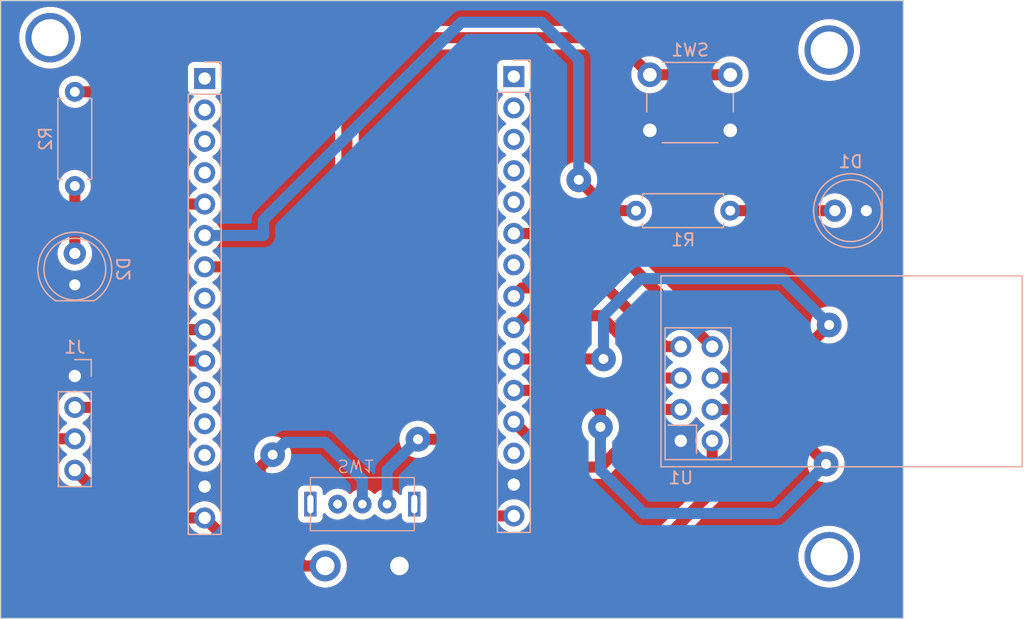
<source format=kicad_pcb>
(kicad_pcb (version 20221018) (generator pcbnew)
  (layers (0 "F.Cu" signal) (31 "B.Cu" signal) (34 "B.Paste" user) (35 "F.Paste" user) (36 "B.SilkS" user "B.Silkscreen") (37 "F.SilkS" user "F.Silkscreen") (38 "B.Mask" user) (39 "F.Mask" user) (44 "Edge.Cuts" user))
  (net 0 "")
  (net 1 "GND")
  (net 2 "Net-(D1-A)")
  (net 3 "Net-(D2-A)")
  (net 4 "/D19")
  (net 5 "/D21")
  (net 6 "/D18")
  (net 7 "/3V3")
  (net 8 "/CE")
  (net 9 "/CSN")
  (net 10 "/SCK")
  (net 11 "/MOSI")
  (net 12 "/MISO")
  (net 13 "vin")
  (net 14 "IRQ")
  (net 15 "RX2")
  (net 16 "TX2")
  (net 17 "+9V")
  (footprint "clipboard:ccb5a117-bf4b-4ea4-a208-f6aaa7476a5f" (layer "B.Cu") (at 157.5 75.325 180)
    (fp_text reference "" (at 0 0) (layer "B.SilkS") (effects (font (size 1.27 1.27)) (justify mirror)))
    (fp_text value "" (at 0 0) (layer "B.SilkS") (effects (font (size 1.27 1.27)) (justify mirror)))
    (fp_line (start -26.33 -3.71) (end -23.67 -3.71) (stroke (width 0.12)) (layer "B.SilkS"))
    (fp_line (start -26.33 31.91) (end -26.33 -3.71) (stroke (width 0.12)) (layer "B.SilkS"))
    (fp_line (start -26.33 31.91) (end -23.67 31.91) (stroke (width 0.12)) (layer "B.SilkS"))
    (fp_line (start -26.33 33.18) (end -26.33 34.51) (stroke (width 0.12)) (layer "B.SilkS"))
    (fp_line (start -26.33 34.51) (end -25 34.51) (stroke (width 0.12)) (layer "B.SilkS"))
    (fp_line (start -23.67 31.91) (end -23.67 -3.71) (stroke (width 0.12)) (layer "B.SilkS"))
    (fp_line (start -1.33 -3.87) (end 1.33 -3.87) (stroke (width 0.12)) (layer "B.SilkS"))
    (fp_line (start -1.33 31.75) (end -1.33 -3.87) (stroke (width 0.12)) (layer "B.SilkS"))
    (fp_line (start -1.33 31.75) (end 1.33 31.75) (stroke (width 0.12)) (layer "B.SilkS"))
    (fp_line (start -1.33 33.02) (end -1.33 34.35) (stroke (width 0.12)) (layer "B.SilkS"))
    (fp_line (start -1.33 34.35) (end 0 34.35) (stroke (width 0.12)) (layer "B.SilkS"))
    (fp_line (start 1.33 31.75) (end 1.33 -3.87) (stroke (width 0.12)) (layer "B.SilkS"))
    (pad "1" thru_hole rect (at -25 33.18 180) (size 1.7 1.7) (drill 1) (layers "*.Cu" "*.Mask"))
    (pad "1" thru_hole rect (at 0 33.02 180) (size 1.7 1.7) (drill 1) (layers "*.Cu" "*.Mask"))
    (pad "2" thru_hole oval (at -25 30.64 180) (size 1.7 1.7) (drill 1) (layers "*.Cu" "*.Mask"))
    (pad "2" thru_hole oval (at 0 30.48 180) (size 1.7 1.7) (drill 1) (layers "*.Cu" "*.Mask"))
    (pad "3" thru_hole oval (at -25 28.1 180) (size 1.7 1.7) (drill 1) (layers "*.Cu" "*.Mask"))
    (pad "3" thru_hole oval (at 0 27.94 180) (size 1.7 1.7) (drill 1) (layers "*.Cu" "*.Mask"))
    (pad "4" thru_hole oval (at -25 25.56 180) (size 1.7 1.7) (drill 1) (layers "*.Cu" "*.Mask"))
    (pad "4" thru_hole oval (at 0 25.4 180) (size 1.7 1.7) (drill 1) (layers "*.Cu" "*.Mask"))
    (pad "5" thru_hole oval (at -25 23.02 180) (size 1.7 1.7) (drill 1) (layers "*.Cu" "*.Mask"))
    (pad "5" thru_hole oval (at 0 22.86 180) (size 1.7 1.7) (drill 1) (layers "*.Cu" "*.Mask") (net 5 "/D21"))
    (pad "6" thru_hole oval (at -25 20.48 180) (size 1.7 1.7) (drill 1) (layers "*.Cu" "*.Mask") (net 14 "IRQ"))
    (pad "6" thru_hole oval (at 0 20.32 180) (size 1.7 1.7) (drill 1) (layers "*.Cu" "*.Mask") (net 4 "/D19"))
    (pad "7" thru_hole oval (at -25 17.94 180) (size 1.7 1.7) (drill 1) (layers "*.Cu" "*.Mask"))
    (pad "7" thru_hole oval (at 0 17.78 180) (size 1.7 1.7) (drill 1) (layers "*.Cu" "*.Mask") (net 6 "/D18"))
    (pad "8" thru_hole oval (at -25 15.4 180) (size 1.7 1.7) (drill 1) (layers "*.Cu" "*.Mask") (net 12 "/MISO"))
    (pad "8" thru_hole oval (at 0 15.24 180) (size 1.7 1.7) (drill 1) (layers "*.Cu" "*.Mask"))
    (pad "9" thru_hole oval (at -25 12.86 180) (size 1.7 1.7) (drill 1) (layers "*.Cu" "*.Mask") (net 10 "/SCK"))
    (pad "9" thru_hole oval (at 0 12.7 180) (size 1.7 1.7) (drill 1) (layers "*.Cu" "*.Mask") (net 16 "TX2"))
    (pad "10" thru_hole oval (at -25 10.32 180) (size 1.7 1.7) (drill 1) (layers "*.Cu" "*.Mask") (net 11 "/MOSI"))
    (pad "10" thru_hole oval (at 0 10.16 180) (size 1.7 1.7) (drill 1) (layers "*.Cu" "*.Mask") (net 15 "RX2"))
    (pad "11" thru_hole oval (at -25 7.78 180) (size 1.7 1.7) (drill 1) (layers "*.Cu" "*.Mask") (net 9 "/CSN"))
    (pad "11" thru_hole oval (at 0 7.62 180) (size 1.7 1.7) (drill 1) (layers "*.Cu" "*.Mask"))
    (pad "12" thru_hole oval (at -25 5.24 180) (size 1.7 1.7) (drill 1) (layers "*.Cu" "*.Mask") (net 8 "/CE"))
    (pad "12" thru_hole oval (at 0 5.08 180) (size 1.7 1.7) (drill 1) (layers "*.Cu" "*.Mask"))
    (pad "13" thru_hole oval (at -25 2.7 180) (size 1.7 1.7) (drill 1) (layers "*.Cu" "*.Mask"))
    (pad "13" thru_hole oval (at 0 2.54 180) (size 1.7 1.7) (drill 1) (layers "*.Cu" "*.Mask"))
    (pad "14" thru_hole oval (at -25 0.16 180) (size 1.7 1.7) (drill 1) (layers "*.Cu" "*.Mask") (net 1 "GND"))
    (pad "14" thru_hole oval (at 0 0 180) (size 1.7 1.7) (drill 1) (layers "*.Cu" "*.Mask") (net 1 "GND"))
    (pad "15" thru_hole oval (at -25 -2.38 180) (size 1.7 1.7) (drill 1) (layers "*.Cu" "*.Mask") (net 13 "vin"))
    (pad "15" thru_hole oval (at 0 -2.54 180) (size 1.7 1.7) (drill 1) (layers "*.Cu" "*.Mask") (net 7 "/3V3"))
  )
  (footprint "Resistor_THT:R_Axial_DIN0207_L6.3mm_D2.5mm_P7.62mm_Horizontal" (layer "B.Cu") (at 147 43.38 -90)
    (fp_text reference "R2" (at 3.81 2.37 90) (layer "B.SilkS") (effects (justify mirror)))
    (fp_text value "220R")
    (fp_line (start 0.54 -1.37) (end 7.08 -1.37) (stroke (width 0.12)) (layer "B.SilkS"))
    (fp_line (start 0.54 -1.04) (end 0.54 -1.37) (stroke (width 0.12)) (layer "B.SilkS"))
    (fp_line (start 0.54 1.04) (end 0.54 1.37) (stroke (width 0.12)) (layer "B.SilkS"))
    (fp_line (start 0.54 1.37) (end 7.08 1.37) (stroke (width 0.12)) (layer "B.SilkS"))
    (fp_line (start 7.08 -1.37) (end 7.08 -1.04) (stroke (width 0.12)) (layer "B.SilkS"))
    (fp_line (start 7.08 1.37) (end 7.08 1.04) (stroke (width 0.12)) (layer "B.SilkS"))
    (pad "1" thru_hole circle (at 0 0 270) (size 1.6 1.6) (drill 0.8) (layers "*.Cu" "*.Mask") (net 5 "/D21"))
    (pad "2" thru_hole oval (at 7.62 0 270) (size 1.6 1.6) (drill 0.8) (layers "*.Cu" "*.Mask") (net 3 "Net-(D2-A)"))
  )
  (footprint "LED_THT:LED_D5.0mm" (layer "B.Cu") (at 211 53 180)
    (fp_text reference "D1" (at 1.27 3.96) (layer "B.SilkS") (effects (justify mirror)))
    (fp_text value "BLUE_LED")
    (fp_line (start -1.29 1.545) (end -1.29 -1.545) (stroke (width 0.12)) (layer "B.SilkS"))
    (fp_arc (start -1.29 -1.54483) (mid 2.072002 -2.880433) (end 4.26 0.000462) (stroke (width 0.12)) (layer "B.SilkS"))
    (fp_arc (start 4.26 -0.000462) (mid 2.072002 2.880433) (end -1.29 1.54483) (stroke (width 0.12)) (layer "B.SilkS"))
    (fp_circle (center 1.27 0) (end 3.77 0) (stroke (width 0.12)) (fill none) (layer "B.SilkS"))
    (pad "1" thru_hole rect (at 0 0 180) (size 1.8 1.8) (drill 0.9) (layers "*.Cu" "*.Mask") (net 1 "GND"))
    (pad "2" thru_hole circle (at 2.54 0 180) (size 1.8 1.8) (drill 0.9) (layers "*.Cu" "*.Mask") (net 2 "Net-(D1-A)"))
  )
  (footprint "Button_Switch_THT:SW_PUSH_6mm" (layer "B.Cu") (at 200 42 180)
    (fp_text reference "SW1" (at 3.25 2) (layer "B.SilkS") (effects (justify mirror)))
    (fp_text value "SW_Push")
    (fp_line (start -0.25 -1.5) (end -0.25 -3) (stroke (width 0.12)) (layer "B.SilkS"))
    (fp_line (start 1 -5.5) (end 5.5 -5.5) (stroke (width 0.12)) (layer "B.SilkS"))
    (fp_line (start 5.5 1) (end 1 1) (stroke (width 0.12)) (layer "B.SilkS"))
    (fp_line (start 6.75 -3) (end 6.75 -1.5) (stroke (width 0.12)) (layer "B.SilkS"))
    (pad "1" thru_hole circle (at 0 0 90) (size 2 2) (drill 1.1) (layers "*.Cu" "*.Mask") (net 6 "/D18"))
    (pad "1" thru_hole circle (at 6.5 0 90) (size 2 2) (drill 1.1) (layers "*.Cu" "*.Mask") (net 6 "/D18"))
    (pad "2" thru_hole circle (at 0 -4.5 90) (size 2 2) (drill 1.1) (layers "*.Cu" "*.Mask") (net 1 "GND"))
    (pad "2" thru_hole circle (at 6.5 -4.5 90) (size 2 2) (drill 1.1) (layers "*.Cu" "*.Mask") (net 1 "GND"))
  )
  (footprint "RF_Module:nRF24L01_Breakout" (layer "B.Cu") (at 196 71.625)
    (fp_text reference "U1" (at 0 3) (layer "B.SilkS") (effects (justify mirror)))
    (fp_text value "NRF24L01_Breakout")
    (fp_line (start -1.6 -13.35) (end -1.6 2.1) (stroke (width 0.12)) (layer "B.SilkS"))
    (fp_line (start -1.6 2.1) (end -1.6 2.1) (stroke (width 0.12)) (layer "B.SilkS"))
    (fp_line (start -1.6 2.1) (end 27.6 2.1) (stroke (width 0.12)) (layer "B.SilkS"))
    (fp_line (start -1.27 -9.144) (end -1.27 -9.144) (stroke (width 0.12)) (layer "B.SilkS"))
    (fp_line (start -1.27 -9.144) (end -1.27 1.524) (stroke (width 0.12)) (layer "B.SilkS"))
    (fp_line (start -1.27 1.524) (end -1.27 1.524) (stroke (width 0.12)) (layer "B.SilkS"))
    (fp_line (start -1.27 1.524) (end 4.064 1.524) (stroke (width 0.12)) (layer "B.SilkS"))
    (fp_line (start -1.016 -1.27) (end -1.016 -1.27) (stroke (width 0.12)) (layer "B.SilkS"))
    (fp_line (start 1.27 -1.27) (end -1.016 -1.27) (stroke (width 0.12)) (layer "B.SilkS"))
    (fp_line (start 1.27 1.016) (end 1.27 -1.27) (stroke (width 0.12)) (layer "B.SilkS"))
    (fp_line (start 4.064 -9.144) (end -1.27 -9.144) (stroke (width 0.12)) (layer "B.SilkS"))
    (fp_line (start 4.064 1.524) (end 4.064 -9.144) (stroke (width 0.12)) (layer "B.SilkS"))
    (fp_line (start 27.6 -13.35) (end -1.6 -13.35) (stroke (width 0.12)) (layer "B.SilkS"))
    (fp_line (start 27.6 2.1) (end 27.6 -13.35) (stroke (width 0.12)) (layer "B.SilkS"))
    (pad "1" thru_hole rect (at 0 0) (size 1.7 1.7) (drill 1) (layers "*.Cu" "*.Mask") (net 1 "GND"))
    (pad "2" thru_hole circle (at 2.54 0) (size 1.7 1.7) (drill 1) (layers "*.Cu" "*.Mask") (net 7 "/3V3"))
    (pad "3" thru_hole circle (at 0 -2.54) (size 1.7 1.7) (drill 1) (layers "*.Cu" "*.Mask") (net 8 "/CE"))
    (pad "4" thru_hole circle (at 2.54 -2.54) (size 1.7 1.7) (drill 1) (layers "*.Cu" "*.Mask") (net 9 "/CSN"))
    (pad "5" thru_hole circle (at 0 -5.08) (size 1.7 1.7) (drill 1) (layers "*.Cu" "*.Mask") (net 10 "/SCK"))
    (pad "6" thru_hole circle (at 2.54 -5.08) (size 1.7 1.7) (drill 1) (layers "*.Cu" "*.Mask") (net 11 "/MOSI"))
    (pad "7" thru_hole circle (at 0 -7.62) (size 1.7 1.7) (drill 1) (layers "*.Cu" "*.Mask") (net 12 "/MISO"))
    (pad "8" thru_hole circle (at 2.54 -7.62) (size 1.7 1.7) (drill 1) (layers "*.Cu" "*.Mask") (net 14 "IRQ"))
  )
  (footprint "WM_Lib:supply_switch" (layer "B.Cu") (at 168.25 76.75)
    (fp_text reference "SW1" (at 1.5 -3.1 180 unlocked) (layer "B.SilkS") (effects (font (thickness 0.1)) (justify mirror)))
    (fp_text value "SW_SPDT" hide)
    (fp_line (start -2.2 0) (end -2.2 -2.15) (stroke (width 0.1)) (layer "B.SilkS"))
    (fp_line (start -2.2 0) (end -2.2 2.15) (stroke (width 0.1)) (layer "B.SilkS"))
    (fp_line (start -2.2 2.15) (end 6.2 2.15) (stroke (width 0.1)) (layer "B.SilkS"))
    (fp_line (start 6.2 -2.15) (end -2.2 -2.15) (stroke (width 0.1)) (layer "B.SilkS"))
    (fp_line (start 6.2 2.15) (end 6.2 -2.15) (stroke (width 0.1)) (layer "B.SilkS"))
    (pad "" thru_hole rect (at -2.2 0) (size 1 2) (drill oval 0.5 1.5) (layers "*.Cu" "*.Mask"))
    (pad "" thru_hole rect (at 6.2 0) (size 1 2) (drill oval 0.5 1.5) (layers "*.Cu" "*.Mask"))
    (pad "1" thru_hole circle (at 0 0) (size 1.5 1.5) (drill 0.7) (layers "*.Cu" "*.Mask"))
    (pad "2" thru_hole circle (at 2 0) (size 1.5 1.5) (drill 0.7) (layers "*.Cu" "*.Mask") (net 17 "+9V"))
    (pad "3" thru_hole circle (at 4 0) (size 1.5 1.5) (drill 0.7) (layers "*.Cu" "*.Mask") (net 13 "vin"))
    (pad "5" thru_hole circle (at 0 0) (size 1.5 1.5) (drill 0.7) (layers "*.Cu" "*.Mask"))
  )
  (footprint "Connector_PinHeader_2.54mm:PinHeader_1x04_P2.54mm_Vertical" (layer "B.Cu") (at 147 66.38 180)
    (fp_text reference "J1" (at 0 2.33) (layer "B.SilkS") (effects (justify mirror)))
    (fp_text value "Conn_01x04_Pin")
    (fp_line (start -1.33 -8.95) (end 1.33 -8.95) (stroke (width 0.12)) (layer "B.SilkS"))
    (fp_line (start -1.33 -1.27) (end -1.33 -8.95) (stroke (width 0.12)) (layer "B.SilkS"))
    (fp_line (start -1.33 -1.27) (end 1.33 -1.27) (stroke (width 0.12)) (layer "B.SilkS"))
    (fp_line (start -1.33 0) (end -1.33 1.33) (stroke (width 0.12)) (layer "B.SilkS"))
    (fp_line (start -1.33 1.33) (end 0 1.33) (stroke (width 0.12)) (layer "B.SilkS"))
    (fp_line (start 1.33 -1.27) (end 1.33 -8.95) (stroke (width 0.12)) (layer "B.SilkS"))
    (pad "1" thru_hole rect (at 0 0 180) (size 1.7 1.7) (drill 1) (layers "*.Cu" "*.Mask") (net 1 "GND"))
    (pad "2" thru_hole oval (at 0 -2.54 180) (size 1.7 1.7) (drill 1) (layers "*.Cu" "*.Mask") (net 15 "RX2"))
    (pad "3" thru_hole oval (at 0 -5.08 180) (size 1.7 1.7) (drill 1) (layers "*.Cu" "*.Mask") (net 16 "TX2"))
    (pad "4" thru_hole oval (at 0 -7.62 180) (size 1.7 1.7) (drill 1) (layers "*.Cu" "*.Mask") (net 7 "/3V3"))
  )
  (footprint "LED_THT:LED_D5.0mm" (layer "B.Cu") (at 147 59 90)
    (fp_text reference "D2" (at 1.27 3.96 90) (layer "B.SilkS") (effects (justify mirror)))
    (fp_text value "RED_LED")
    (fp_line (start -1.29 1.545) (end -1.29 -1.545) (stroke (width 0.12)) (layer "B.SilkS"))
    (fp_arc (start -1.29 -1.54483) (mid 2.072002 -2.880433) (end 4.26 0.000462) (stroke (width 0.12)) (layer "B.SilkS"))
    (fp_arc (start 4.26 -0.000462) (mid 2.072002 2.880433) (end -1.29 1.54483) (stroke (width 0.12)) (layer "B.SilkS"))
    (fp_circle (center 1.27 0) (end 3.77 0) (stroke (width 0.12)) (fill none) (layer "B.SilkS"))
    (pad "1" thru_hole rect (at 0 0 90) (size 1.8 1.8) (drill 0.9) (layers "*.Cu" "*.Mask") (net 1 "GND"))
    (pad "2" thru_hole circle (at 2.54 0 90) (size 1.8 1.8) (drill 0.9) (layers "*.Cu" "*.Mask") (net 3 "Net-(D2-A)"))
  )
  (footprint "Resistor_THT:R_Axial_DIN0207_L6.3mm_D2.5mm_P7.62mm_Horizontal" (layer "B.Cu") (at 192.38 53)
    (fp_text reference "R1" (at 3.81 2.37) (layer "B.SilkS") (effects (justify mirror)))
    (fp_text value "220R")
    (fp_line (start 0.54 -1.37) (end 7.08 -1.37) (stroke (width 0.12)) (layer "B.SilkS"))
    (fp_line (start 0.54 -1.04) (end 0.54 -1.37) (stroke (width 0.12)) (layer "B.SilkS"))
    (fp_line (start 0.54 1.04) (end 0.54 1.37) (stroke (width 0.12)) (layer "B.SilkS"))
    (fp_line (start 0.54 1.37) (end 7.08 1.37) (stroke (width 0.12)) (layer "B.SilkS"))
    (fp_line (start 7.08 -1.37) (end 7.08 -1.04) (stroke (width 0.12)) (layer "B.SilkS"))
    (fp_line (start 7.08 1.37) (end 7.08 1.04) (stroke (width 0.12)) (layer "B.SilkS"))
    (pad "1" thru_hole circle (at 0 0) (size 1.6 1.6) (drill 0.8) (layers "*.Cu" "*.Mask") (net 4 "/D19"))
    (pad "2" thru_hole oval (at 7.62 0) (size 1.6 1.6) (drill 0.8) (layers "*.Cu" "*.Mask") (net 2 "Net-(D1-A)"))
  )
  (gr_line (start 141 36) (end 141 86) (stroke (width 0.1)) (layer "Edge.Cuts"))
  (gr_line (start 214 36) (end 141 36) (stroke (width 0.1)) (layer "Edge.Cuts"))
  (gr_line (start 141 86) (end 214 86) (stroke (width 0.1)) (layer "Edge.Cuts"))
  (gr_line (start 214 86) (end 214 36) (stroke (width 0.1)) (layer "Edge.Cuts"))
  (via (at 208 40) (size 4) (drill 3) (layers "F.Cu" "B.Cu") (net 0))
  (via (at 208 81) (size 4) (drill 3) (layers "F.Cu" "B.Cu") (net 0))
  (via (at 145 39) (size 4) (drill 3) (layers "F.Cu" "B.Cu") (net 0))
  (via (at 173.25 81.75) (size 2.5) (drill 1.5) (layers "F.Cu" "B.Cu") (net 1))
  (segment (start 208.46 53) (end 200 53) (width 0.9) (layer "F.Cu") (net 2))
  (segment (start 147 51) (end 147 56.46) (width 0.9) (layer "F.Cu") (net 3))
  (segment (start 190.25 53) (end 187.75 50.5) (width 0.9) (layer "F.Cu") (net 4))
  (segment (start 192.38 53) (end 190.25 53) (width 0.9) (layer "F.Cu") (net 4))
  (via (at 187.75 50.5) (size 2) (drill 0.8) (layers "F.Cu" "B.Cu") (net 4))
  (segment (start 187.75 50.5) (end 187.75 40.75) (width 0.9) (layer "B.Cu") (net 4))
  (segment (start 162.25 55) (end 162.245 55.005) (width 0.9) (layer "B.Cu") (net 4))
  (segment (start 184.75 37.75) (end 178.25 37.75) (width 0.9) (layer "B.Cu") (net 4))
  (segment (start 187.75 40.75) (end 184.75 37.75) (width 0.9) (layer "B.Cu") (net 4))
  (segment (start 162.245 55.005) (end 157.5 55.005) (width 0.9) (layer "B.Cu") (net 4))
  (segment (start 178.25 37.75) (end 162.25 53.75) (width 0.9) (layer "B.Cu") (net 4))
  (segment (start 162.25 53.75) (end 162.25 55) (width 0.9) (layer "B.Cu") (net 4))
  (segment (start 152 50) (end 154.465 52.465) (width 0.9) (layer "F.Cu") (net 5))
  (segment (start 150.38 43.38) (end 152 45) (width 0.9) (layer "F.Cu") (net 5))
  (segment (start 147 43.38) (end 150.38 43.38) (width 0.9) (layer "F.Cu") (net 5))
  (segment (start 152 45) (end 152 50) (width 0.9) (layer "F.Cu") (net 5))
  (segment (start 154.465 52.465) (end 157.5 52.465) (width 0.9) (layer "F.Cu") (net 5))
  (segment (start 169 46.25) (end 169 57.5) (width 0.9) (layer "F.Cu") (net 6))
  (segment (start 169 57.5) (end 168.955 57.545) (width 0.9) (layer "F.Cu") (net 6))
  (segment (start 168.955 57.545) (end 157.5 57.545) (width 0.9) (layer "F.Cu") (net 6))
  (segment (start 176.25 39) (end 169 46.25) (width 0.9) (layer "F.Cu") (net 6))
  (segment (start 193.5 42) (end 200 42) (width 0.9) (layer "F.Cu") (net 6))
  (segment (start 193.5 42) (end 190.5 39) (width 0.9) (layer "F.Cu") (net 6))
  (segment (start 190.5 39) (end 176.25 39) (width 0.9) (layer "F.Cu") (net 6))
  (segment (start 198.54 75.71) (end 198.54 71.625) (width 0.9) (layer "F.Cu") (net 7))
  (segment (start 147 74) (end 150.865 77.865) (width 0.9) (layer "F.Cu") (net 7))
  (segment (start 182.25 81) (end 193.25 81) (width 0.9) (layer "F.Cu") (net 7))
  (segment (start 178.5 84.75) (end 182.25 81) (width 0.9) (layer "F.Cu") (net 7))
  (segment (start 193.25 81) (end 198.54 75.71) (width 0.9) (layer "F.Cu") (net 7))
  (segment (start 150.865 77.865) (end 157.5 77.865) (width 0.9) (layer "F.Cu") (net 7))
  (segment (start 157.5 77.865) (end 164.385 84.75) (width 0.9) (layer "F.Cu") (net 7))
  (segment (start 164.385 84.75) (end 178.5 84.75) (width 0.9) (layer "F.Cu") (net 7))
  (segment (start 186.165 73.75) (end 182.5 70.085) (width 0.9) (layer "F.Cu") (net 8))
  (segment (start 189.5 73.75) (end 186.165 73.75) (width 0.9) (layer "F.Cu") (net 8))
  (segment (start 196 69.085) (end 194.165 69.085) (width 0.9) (layer "F.Cu") (net 8))
  (segment (start 194.165 69.085) (end 189.5 73.75) (width 0.9) (layer "F.Cu") (net 8))
  (segment (start 187.795 67.545) (end 182.5 67.545) (width 0.9) (layer "F.Cu") (net 9))
  (segment (start 189.5 70.5) (end 189.5 69.25) (width 0.9) (layer "F.Cu") (net 9))
  (segment (start 189.5 69.25) (end 187.795 67.545) (width 0.9) (layer "F.Cu") (net 9))
  (segment (start 198.54 69.085) (end 203.335 69.085) (width 0.9) (layer "F.Cu") (net 9))
  (segment (start 203.335 69.085) (end 207.75 73.5) (width 0.9) (layer "F.Cu") (net 9))
  (via (at 189.5 70.5) (size 2) (drill 0.8) (layers "F.Cu" "B.Cu") (net 9))
  (via (at 207.75 73.5) (size 2) (drill 0.8) (layers "F.Cu" "B.Cu") (net 9))
  (segment (start 203.75 77.5) (end 193 77.5) (width 0.9) (layer "B.Cu") (net 9))
  (segment (start 189.5 74) (end 189.5 70.5) (width 0.9) (layer "B.Cu") (net 9))
  (segment (start 193 77.5) (end 189.5 74) (width 0.9) (layer "B.Cu") (net 9))
  (segment (start 207.75 73.5) (end 203.75 77.5) (width 0.9) (layer "B.Cu") (net 9))
  (segment (start 189.5 61.5) (end 183.465 61.5) (width 0.9) (layer "F.Cu") (net 10))
  (segment (start 183.465 61.5) (end 182.5 62.465) (width 0.9) (layer "F.Cu") (net 10))
  (segment (start 196 66.545) (end 194.545 66.545) (width 0.9) (layer "F.Cu") (net 10))
  (segment (start 194.545 66.545) (end 189.5 61.5) (width 0.9) (layer "F.Cu") (net 10))
  (segment (start 203.705 66.545) (end 208 62.25) (width 0.9) (layer "F.Cu") (net 11))
  (segment (start 182.505 65) (end 182.5 65.005) (width 0.9) (layer "F.Cu") (net 11))
  (segment (start 198.54 66.545) (end 203.705 66.545) (width 0.9) (layer "F.Cu") (net 11))
  (segment (start 189.75 65) (end 182.505 65) (width 0.9) (layer "F.Cu") (net 11))
  (via (at 189.75 65) (size 2) (drill 0.8) (layers "F.Cu" "B.Cu") (net 11))
  (via (at 208 62.25) (size 2) (drill 0.8) (layers "F.Cu" "B.Cu") (net 11))
  (segment (start 208 62.25) (end 204.25 58.5) (width 0.9) (layer "B.Cu") (net 11))
  (segment (start 189.75 61.5) (end 189.75 65) (width 0.9) (layer "B.Cu") (net 11))
  (segment (start 204.25 58.5) (end 192.75 58.5) (width 0.9) (layer "B.Cu") (net 11))
  (segment (start 192.75 58.5) (end 189.75 61.5) (width 0.9) (layer "B.Cu") (net 11))
  (segment (start 194.755 64.005) (end 190 59.25) (width 0.9) (layer "F.Cu") (net 12))
  (segment (start 190 59.25) (end 183.175 59.25) (width 0.9) (layer "F.Cu") (net 12))
  (segment (start 183.175 59.25) (end 182.5 59.925) (width 0.9) (layer "F.Cu") (net 12))
  (segment (start 196 64.005) (end 194.755 64.005) (width 0.9) (layer "F.Cu") (net 12))
  (segment (start 179.205 77.705) (end 182.5 77.705) (width 0.9) (layer "F.Cu") (net 13))
  (segment (start 176.75 71.5) (end 178.25 73) (width 0.9) (layer "F.Cu") (net 13))
  (segment (start 174.75 71.5) (end 176.75 71.5) (width 0.9) (layer "F.Cu") (net 13))
  (segment (start 178.25 76.75) (end 179.205 77.705) (width 0.9) (layer "F.Cu") (net 13))
  (segment (start 178.25 73) (end 178.25 76.75) (width 0.9) (layer "F.Cu") (net 13))
  (via (at 174.75 71.5) (size 2) (drill 0.8) (layers "F.Cu" "B.Cu") (net 13))
  (segment (start 172.25 74) (end 174.75 71.5) (width 0.9) (layer "B.Cu") (net 13))
  (segment (start 172.25 76.75) (end 172.25 74) (width 0.9) (layer "B.Cu") (net 13))
  (segment (start 186.5 54.75) (end 186.405 54.845) (width 0.9) (layer "F.Cu") (net 14))
  (segment (start 191.535 57) (end 188.5 57) (width 0.9) (layer "F.Cu") (net 14))
  (segment (start 186.405 54.845) (end 182.5 54.845) (width 0.9) (layer "F.Cu") (net 14))
  (segment (start 186.5 55) (end 186.5 54.75) (width 0.9) (layer "F.Cu") (net 14))
  (segment (start 198.54 64.005) (end 191.535 57) (width 0.9) (layer "F.Cu") (net 14))
  (segment (start 188.5 57) (end 186.5 55) (width 0.9) (layer "F.Cu") (net 14))
  (segment (start 149.58 68.92) (end 153.335 65.165) (width 0.9) (layer "F.Cu") (net 15))
  (segment (start 153.335 65.165) (end 157.5 65.165) (width 0.9) (layer "F.Cu") (net 15))
  (segment (start 147 68.92) (end 149.58 68.92) (width 0.9) (layer "F.Cu") (net 15))
  (segment (start 143 65) (end 145.375 62.625) (width 0.9) (layer "F.Cu") (net 16))
  (segment (start 144.46 71.46) (end 143 70) (width 0.9) (layer "F.Cu") (net 16))
  (segment (start 147 71.46) (end 144.46 71.46) (width 0.9) (layer "F.Cu") (net 16))
  (segment (start 145.375 62.625) (end 157.5 62.625) (width 0.9) (layer "F.Cu") (net 16))
  (segment (start 143 70) (end 143 65) (width 0.9) (layer "F.Cu") (net 16))
  (segment (start 167.25 81.75) (end 165.5 81.75) (width 0.9) (layer "F.Cu") (net 17))
  (segment (start 162 73.75) (end 163 72.75) (width 0.9) (layer "F.Cu") (net 17))
  (segment (start 162 78.25) (end 162 73.75) (width 0.9) (layer "F.Cu") (net 17))
  (segment (start 165.5 81.75) (end 162 78.25) (width 0.9) (layer "F.Cu") (net 17))
  (via (at 163 72.75) (size 2) (drill 0.8) (layers "F.Cu" "B.Cu") (net 17))
  (via (at 167.25 81.75) (size 2.5) (drill 1.5) (layers "F.Cu" "B.Cu") (net 17))
  (segment (start 167.25 71.75) (end 170.25 74.75) (width 0.9) (layer "B.Cu") (net 17))
  (segment (start 163 72.75) (end 164 71.75) (width 0.9) (layer "B.Cu") (net 17))
  (segment (start 170.25 74.75) (end 170.25 76.75) (width 0.9) (layer "B.Cu") (net 17))
  (segment (start 164 71.75) (end 167.25 71.75) (width 0.9) (layer "B.Cu") (net 17))
  (zone (net 1) (net_name "GND") (layer "F.Cu") (connect_pads yes (clearance 0.5)) (min_thickness 0.25) (fill yes (thermal_gap 0.5) (thermal_bridge_width 0.5))
    (polygon (pts (xy 214 86) (xy 214 36) (xy 141 36) (xy 141 86)))
  )
  (zone (net 1) (net_name "GND") (layer "B.Cu") (priority 1) (connect_pads yes (clearance 0.5)) (min_thickness 0.25) (fill yes (thermal_gap 0.5) (thermal_bridge_width 0.5))
    (polygon (pts (xy 214 86) (xy 214 36) (xy 141 36) (xy 141 86)))
  )
)
</source>
